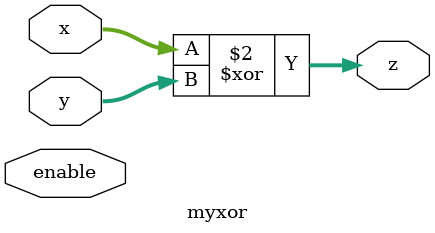
<source format=v>
module myxor(x, y, enable, z);
   input [15:0] x, y;
	input enable;
	output reg[15:0] z;
	
	always @(x or y) begin
	   z = x ^ y;
		end
endmodule 
</source>
